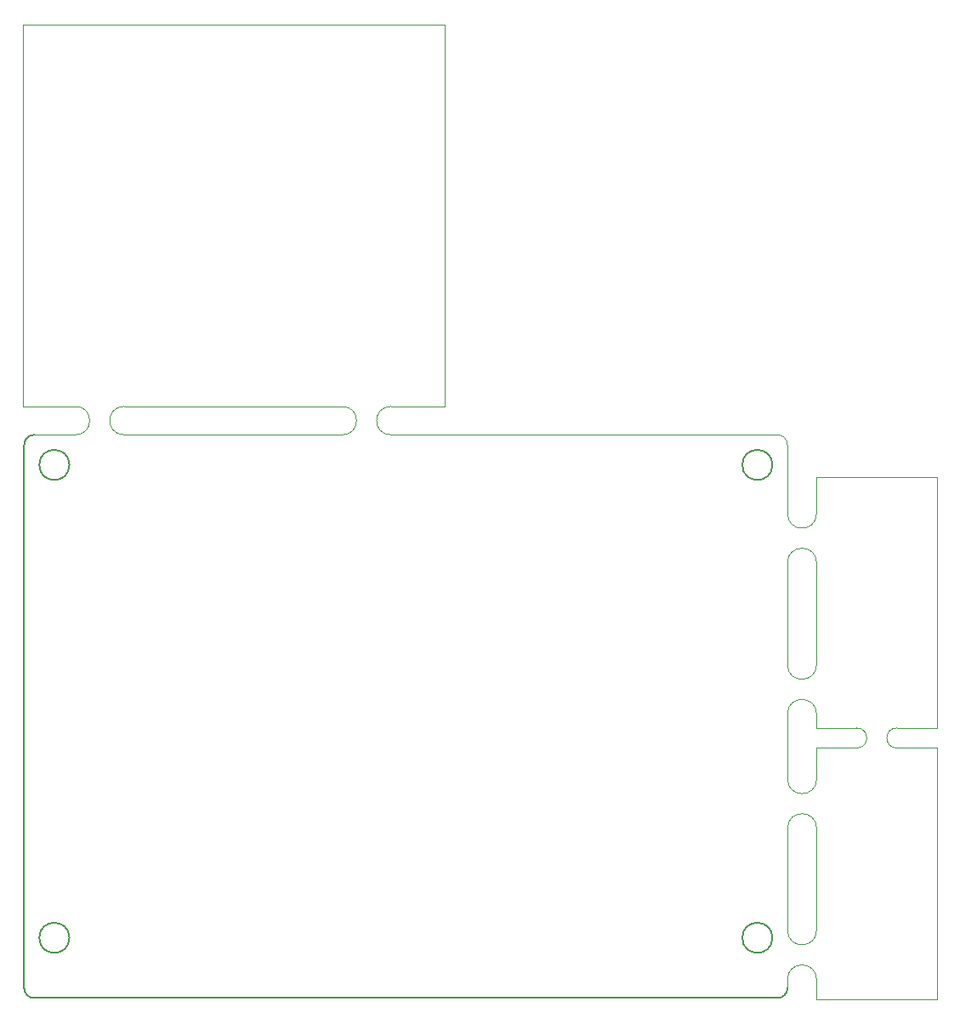
<source format=gbr>
%TF.GenerationSoftware,KiCad,Pcbnew,8.0.2*%
%TF.CreationDate,2024-05-05T14:46:41+02:00*%
%TF.ProjectId,Panelizacja,50616e65-6c69-47a6-9163-6a612e6b6963,rev?*%
%TF.SameCoordinates,Original*%
%TF.FileFunction,Profile,NP*%
%FSLAX46Y46*%
G04 Gerber Fmt 4.6, Leading zero omitted, Abs format (unit mm)*
G04 Created by KiCad (PCBNEW 8.0.2) date 2024-05-05 14:46:41*
%MOMM*%
%LPD*%
G01*
G04 APERTURE LIST*
%TA.AperFunction,Profile*%
%ADD10C,0.100000*%
%TD*%
%TA.AperFunction,Profile*%
%ADD11C,0.050000*%
%TD*%
%TA.AperFunction,Profile*%
%ADD12C,0.200000*%
%TD*%
G04 APERTURE END LIST*
D10*
X95000000Y-66000000D02*
X107000000Y-66000000D01*
D11*
X92110000Y-116040000D02*
G75*
G02*
X95000000Y-116040000I1445000J0D01*
G01*
X99000000Y-93000000D02*
X95000000Y-93000000D01*
X95000000Y-111150000D02*
G75*
G02*
X92110000Y-111150000I-1445000J0D01*
G01*
D10*
X107000000Y-118000000D02*
X107000000Y-93000000D01*
D11*
X95000000Y-74560000D02*
X94995000Y-84720000D01*
X103000000Y-93000000D02*
G75*
G02*
X103000000Y-91000000I0J1000000D01*
G01*
D12*
X17107120Y-117892879D02*
G75*
G02*
X16107121Y-116892880I-20J999979D01*
G01*
D11*
X21220000Y-59000000D02*
G75*
G02*
X21220000Y-61820000I0J-1410000D01*
G01*
X92110000Y-74560000D02*
G75*
G02*
X95000000Y-74560000I1445000J0D01*
G01*
D12*
X90607121Y-64819879D02*
G75*
G02*
X87607121Y-64819879I-1500000J0D01*
G01*
X87607121Y-64819879D02*
G75*
G02*
X90607121Y-64819879I1500000J0D01*
G01*
D11*
X47790000Y-59000000D02*
G75*
G02*
X47790000Y-61820000I0J-1410000D01*
G01*
D12*
X16107121Y-62819882D02*
X16107121Y-116892880D01*
D11*
X92107121Y-116892788D02*
X92110000Y-116040000D01*
X92115000Y-96100000D02*
X92105000Y-89610000D01*
X107000000Y-91000000D02*
X103000000Y-91000000D01*
X92105000Y-89610000D02*
G75*
G02*
X94995000Y-89610000I1445000J0D01*
G01*
X92110000Y-69670000D02*
X92107121Y-62819879D01*
X94995000Y-89610000D02*
X95000000Y-91000000D01*
X58000000Y-59000000D02*
X58000000Y-21000000D01*
X16000000Y-59000000D02*
X21220000Y-59000000D01*
X94995000Y-84720000D02*
G75*
G02*
X92105000Y-84720000I-1445000J0D01*
G01*
X95000000Y-116040000D02*
X95000000Y-118000000D01*
D10*
X95000000Y-118000000D02*
X107000000Y-118000000D01*
D11*
X16000000Y-21000000D02*
X58000000Y-21000000D01*
X92105000Y-84720000D02*
X92110000Y-74560000D01*
X95000000Y-69670000D02*
G75*
G02*
X92110000Y-69670000I-1445000J0D01*
G01*
D12*
X20607121Y-111892879D02*
G75*
G02*
X17607121Y-111892879I-1500000J0D01*
G01*
X17607121Y-111892879D02*
G75*
G02*
X20607121Y-111892879I1500000J0D01*
G01*
D11*
X16000000Y-21000000D02*
X16000000Y-59000000D01*
D12*
X17107120Y-117892879D02*
X91117932Y-117892879D01*
D11*
X26040000Y-59000000D02*
X47790000Y-59000000D01*
X52610000Y-61820000D02*
G75*
G02*
X52610000Y-59000000I0J1410000D01*
G01*
X95005000Y-96100000D02*
G75*
G02*
X92115000Y-96100000I-1445000J0D01*
G01*
X92110000Y-111150000D02*
X92115000Y-100990000D01*
D12*
X20607121Y-64819879D02*
G75*
G02*
X17607121Y-64819879I-1500000J0D01*
G01*
X17607121Y-64819879D02*
G75*
G02*
X20607121Y-64819879I1500000J0D01*
G01*
X92107121Y-116892788D02*
G75*
G02*
X91117932Y-117892860I-1000221J88D01*
G01*
D11*
X107000000Y-93000000D02*
X103000000Y-93000000D01*
X95005000Y-100990000D02*
X95000000Y-111150000D01*
X26040000Y-61820000D02*
G75*
G02*
X26040000Y-59000000I0J1410000D01*
G01*
X47790000Y-61820000D02*
X26040000Y-61820000D01*
X52610000Y-61820000D02*
X91107170Y-61819879D01*
D12*
X90607121Y-111892879D02*
G75*
G02*
X87607121Y-111892879I-1500000J0D01*
G01*
X87607121Y-111892879D02*
G75*
G02*
X90607121Y-111892879I1500000J0D01*
G01*
D11*
X58000000Y-59000000D02*
X52610000Y-59000000D01*
X91107170Y-61819879D02*
G75*
G02*
X92107121Y-62819879I-70J-1000021D01*
G01*
X95005000Y-96100000D02*
X95000000Y-93000000D01*
X99000000Y-91000000D02*
G75*
G02*
X99000000Y-93000000I0J-1000000D01*
G01*
X92115000Y-100990000D02*
G75*
G02*
X95005000Y-100990000I1445000J0D01*
G01*
X99000000Y-91000000D02*
X95000000Y-91000000D01*
X17107125Y-61819879D02*
X21220000Y-61820000D01*
X95000000Y-69670000D02*
X95000000Y-66000000D01*
D10*
X107000000Y-91000000D02*
X107000000Y-66000000D01*
D12*
X16107121Y-62819882D02*
G75*
G02*
X17107125Y-61819881I999979J22D01*
G01*
M02*

</source>
